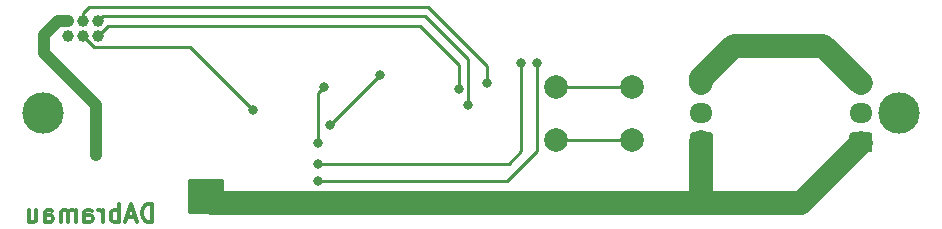
<source format=gbl>
G04 #@! TF.GenerationSoftware,KiCad,Pcbnew,(5.1.10)-1*
G04 #@! TF.CreationDate,2021-10-05T02:57:27+03:00*
G04 #@! TF.ProjectId,led_controller_stm8,6c65645f-636f-46e7-9472-6f6c6c65725f,rev?*
G04 #@! TF.SameCoordinates,Original*
G04 #@! TF.FileFunction,Copper,L2,Bot*
G04 #@! TF.FilePolarity,Positive*
%FSLAX46Y46*%
G04 Gerber Fmt 4.6, Leading zero omitted, Abs format (unit mm)*
G04 Created by KiCad (PCBNEW (5.1.10)-1) date 2021-10-05 02:57:27*
%MOMM*%
%LPD*%
G01*
G04 APERTURE LIST*
G04 #@! TA.AperFunction,NonConductor*
%ADD10C,0.300000*%
G04 #@! TD*
G04 #@! TA.AperFunction,ComponentPad*
%ADD11O,1.950000X1.700000*%
G04 #@! TD*
G04 #@! TA.AperFunction,ComponentPad*
%ADD12C,3.500000*%
G04 #@! TD*
G04 #@! TA.AperFunction,ComponentPad*
%ADD13C,2.000000*%
G04 #@! TD*
G04 #@! TA.AperFunction,ComponentPad*
%ADD14C,1.000000*%
G04 #@! TD*
G04 #@! TA.AperFunction,ViaPad*
%ADD15C,1.000000*%
G04 #@! TD*
G04 #@! TA.AperFunction,ViaPad*
%ADD16C,0.800000*%
G04 #@! TD*
G04 #@! TA.AperFunction,Conductor*
%ADD17C,1.000000*%
G04 #@! TD*
G04 #@! TA.AperFunction,Conductor*
%ADD18C,0.250000*%
G04 #@! TD*
G04 #@! TA.AperFunction,Conductor*
%ADD19C,2.000000*%
G04 #@! TD*
G04 #@! TA.AperFunction,Conductor*
%ADD20C,0.254000*%
G04 #@! TD*
G04 #@! TA.AperFunction,Conductor*
%ADD21C,0.100000*%
G04 #@! TD*
G04 APERTURE END LIST*
D10*
X136714285Y-74178571D02*
X136714285Y-72678571D01*
X136357142Y-72678571D01*
X136142857Y-72750000D01*
X136000000Y-72892857D01*
X135928571Y-73035714D01*
X135857142Y-73321428D01*
X135857142Y-73535714D01*
X135928571Y-73821428D01*
X136000000Y-73964285D01*
X136142857Y-74107142D01*
X136357142Y-74178571D01*
X136714285Y-74178571D01*
X135285714Y-73750000D02*
X134571428Y-73750000D01*
X135428571Y-74178571D02*
X134928571Y-72678571D01*
X134428571Y-74178571D01*
X133928571Y-74178571D02*
X133928571Y-72678571D01*
X133928571Y-73250000D02*
X133785714Y-73178571D01*
X133500000Y-73178571D01*
X133357142Y-73250000D01*
X133285714Y-73321428D01*
X133214285Y-73464285D01*
X133214285Y-73892857D01*
X133285714Y-74035714D01*
X133357142Y-74107142D01*
X133500000Y-74178571D01*
X133785714Y-74178571D01*
X133928571Y-74107142D01*
X132571428Y-74178571D02*
X132571428Y-73178571D01*
X132571428Y-73464285D02*
X132500000Y-73321428D01*
X132428571Y-73250000D01*
X132285714Y-73178571D01*
X132142857Y-73178571D01*
X131000000Y-74178571D02*
X131000000Y-73392857D01*
X131071428Y-73250000D01*
X131214285Y-73178571D01*
X131500000Y-73178571D01*
X131642857Y-73250000D01*
X131000000Y-74107142D02*
X131142857Y-74178571D01*
X131500000Y-74178571D01*
X131642857Y-74107142D01*
X131714285Y-73964285D01*
X131714285Y-73821428D01*
X131642857Y-73678571D01*
X131500000Y-73607142D01*
X131142857Y-73607142D01*
X131000000Y-73535714D01*
X130285714Y-74178571D02*
X130285714Y-73178571D01*
X130285714Y-73321428D02*
X130214285Y-73250000D01*
X130071428Y-73178571D01*
X129857142Y-73178571D01*
X129714285Y-73250000D01*
X129642857Y-73392857D01*
X129642857Y-74178571D01*
X129642857Y-73392857D02*
X129571428Y-73250000D01*
X129428571Y-73178571D01*
X129214285Y-73178571D01*
X129071428Y-73250000D01*
X129000000Y-73392857D01*
X129000000Y-74178571D01*
X127642857Y-74178571D02*
X127642857Y-73392857D01*
X127714285Y-73250000D01*
X127857142Y-73178571D01*
X128142857Y-73178571D01*
X128285714Y-73250000D01*
X127642857Y-74107142D02*
X127785714Y-74178571D01*
X128142857Y-74178571D01*
X128285714Y-74107142D01*
X128357142Y-73964285D01*
X128357142Y-73821428D01*
X128285714Y-73678571D01*
X128142857Y-73607142D01*
X127785714Y-73607142D01*
X127642857Y-73535714D01*
X126285714Y-73178571D02*
X126285714Y-74178571D01*
X126928571Y-73178571D02*
X126928571Y-73964285D01*
X126857142Y-74107142D01*
X126714285Y-74178571D01*
X126500000Y-74178571D01*
X126357142Y-74107142D01*
X126285714Y-74035714D01*
D11*
X183240000Y-62450000D03*
X183240000Y-64950000D03*
G04 #@! TA.AperFunction,ComponentPad*
G36*
G01*
X183965000Y-68300000D02*
X182515000Y-68300000D01*
G75*
G02*
X182265000Y-68050000I0J250000D01*
G01*
X182265000Y-66850000D01*
G75*
G02*
X182515000Y-66600000I250000J0D01*
G01*
X183965000Y-66600000D01*
G75*
G02*
X184215000Y-66850000I0J-250000D01*
G01*
X184215000Y-68050000D01*
G75*
G02*
X183965000Y-68300000I-250000J0D01*
G01*
G37*
G04 #@! TD.AperFunction*
X196740000Y-62450000D03*
X196740000Y-64950000D03*
G04 #@! TA.AperFunction,ComponentPad*
G36*
G01*
X197465000Y-68300000D02*
X196015000Y-68300000D01*
G75*
G02*
X195765000Y-68050000I0J250000D01*
G01*
X195765000Y-66850000D01*
G75*
G02*
X196015000Y-66600000I250000J0D01*
G01*
X197465000Y-66600000D01*
G75*
G02*
X197715000Y-66850000I0J-250000D01*
G01*
X197715000Y-68050000D01*
G75*
G02*
X197465000Y-68300000I-250000J0D01*
G01*
G37*
G04 #@! TD.AperFunction*
D12*
X200000000Y-65000000D03*
X127500000Y-65000000D03*
D13*
X170900000Y-67250000D03*
X170900000Y-62750000D03*
X177400000Y-67250000D03*
X177400000Y-62750000D03*
D14*
X132140000Y-57200000D03*
X132140000Y-58470000D03*
X130870000Y-57200000D03*
X130870000Y-58470000D03*
X129600000Y-57200000D03*
X129600000Y-58470000D03*
D15*
X132000004Y-68500010D03*
X141800000Y-72750000D03*
X141800000Y-71250000D03*
X140500000Y-71250000D03*
X140500000Y-72750000D03*
D16*
X168000000Y-60700000D03*
X150750000Y-69250000D03*
X169300000Y-60700000D03*
X150750000Y-70750000D03*
X163449988Y-64250000D03*
X162675000Y-62925000D03*
X165100000Y-62399994D03*
X145250000Y-64750000D03*
X156000000Y-61750000D03*
X151750000Y-66000006D03*
X151250000Y-62750000D03*
X150750000Y-67500008D03*
D17*
X127600000Y-58400000D02*
X127600000Y-59900000D01*
X129600000Y-57200000D02*
X128800000Y-57200000D01*
X132000004Y-64300004D02*
X132000004Y-68500010D01*
X128800000Y-57200000D02*
X127600000Y-58400000D01*
X127600000Y-59900000D02*
X132000004Y-64300004D01*
D18*
X177150000Y-67250000D02*
X177400000Y-67500000D01*
X171150000Y-67250000D02*
X177150000Y-67250000D01*
X170900000Y-67500000D02*
X171150000Y-67250000D01*
D19*
X183240000Y-62450000D02*
X183240000Y-62000000D01*
X183240000Y-62000000D02*
X185980000Y-59260000D01*
X193550000Y-59260000D02*
X196740000Y-62450000D01*
X185980000Y-59260000D02*
X193550000Y-59260000D01*
X196750000Y-67500000D02*
X196750000Y-67475000D01*
X191700000Y-72550000D02*
X196750000Y-67500000D01*
X183240000Y-72490000D02*
X183300000Y-72550000D01*
X183240000Y-67450000D02*
X183240000Y-72490000D01*
X183300000Y-72550000D02*
X191700000Y-72550000D01*
X141800000Y-72550000D02*
X183300000Y-72550000D01*
D18*
X168000000Y-60700000D02*
X168000000Y-68200000D01*
X168000000Y-68200000D02*
X166950000Y-69250000D01*
X166950000Y-69250000D02*
X150750000Y-69250000D01*
X166750000Y-70750000D02*
X150750000Y-70750000D01*
X169300000Y-60700000D02*
X169300000Y-68200000D01*
X169300000Y-68200000D02*
X166750000Y-70750000D01*
X163449988Y-60399988D02*
X163449988Y-64250000D01*
X159800000Y-56750000D02*
X163449988Y-60399988D01*
X132590000Y-56750000D02*
X159800000Y-56750000D01*
X132140000Y-57200000D02*
X132590000Y-56750000D01*
X162675000Y-60875000D02*
X162675000Y-62925000D01*
X159400000Y-57600000D02*
X162675000Y-60875000D01*
X133010000Y-57600000D02*
X132140000Y-58470000D01*
X159400000Y-57600000D02*
X133010000Y-57600000D01*
X130870000Y-56530000D02*
X130870000Y-57200000D01*
X131400000Y-56000000D02*
X130870000Y-56530000D01*
X159500000Y-56000000D02*
X131400000Y-56000000D01*
X165100000Y-60984315D02*
X165100000Y-62399994D01*
X160115685Y-56000000D02*
X165100000Y-60984315D01*
X159500000Y-56000000D02*
X160115685Y-56000000D01*
X131800000Y-59400000D02*
X130870000Y-58470000D01*
X139900000Y-59400000D02*
X131800000Y-59400000D01*
X145250000Y-64750000D02*
X139900000Y-59400000D01*
X177150000Y-62750000D02*
X177400000Y-63000000D01*
X170900000Y-62750000D02*
X177150000Y-62750000D01*
X156000000Y-61750000D02*
X151750000Y-66000000D01*
X151750000Y-66000000D02*
X151750000Y-66000006D01*
X150750000Y-63250000D02*
X150750000Y-67500008D01*
X151250000Y-62750000D02*
X150750000Y-63250000D01*
D20*
X142623000Y-73373000D02*
X139877000Y-73373000D01*
X139877000Y-70627000D01*
X142623000Y-70627000D01*
X142623000Y-73373000D01*
G04 #@! TA.AperFunction,Conductor*
D21*
G36*
X142623000Y-73373000D02*
G01*
X139877000Y-73373000D01*
X139877000Y-70627000D01*
X142623000Y-70627000D01*
X142623000Y-73373000D01*
G37*
G04 #@! TD.AperFunction*
M02*

</source>
